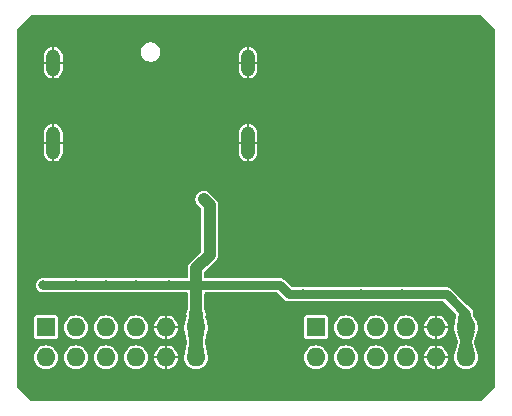
<source format=gbl>
G04 #@! TF.GenerationSoftware,KiCad,Pcbnew,8.0.0*
G04 #@! TF.CreationDate,2024-03-17T18:03:09+09:00*
G04 #@! TF.ProjectId,Pmod_DisplayPort,506d6f64-5f44-4697-9370-6c6179506f72,rev?*
G04 #@! TF.SameCoordinates,PXae6870PY2719c40*
G04 #@! TF.FileFunction,Copper,L2,Bot*
G04 #@! TF.FilePolarity,Positive*
%FSLAX46Y46*%
G04 Gerber Fmt 4.6, Leading zero omitted, Abs format (unit mm)*
G04 Created by KiCad (PCBNEW 8.0.0) date 2024-03-17 18:03:09*
%MOMM*%
%LPD*%
G01*
G04 APERTURE LIST*
G04 #@! TA.AperFunction,ComponentPad*
%ADD10O,1.200000X2.300000*%
G04 #@! TD*
G04 #@! TA.AperFunction,ComponentPad*
%ADD11O,1.200000X2.800000*%
G04 #@! TD*
G04 #@! TA.AperFunction,ComponentPad*
%ADD12R,1.600000X1.600000*%
G04 #@! TD*
G04 #@! TA.AperFunction,ComponentPad*
%ADD13O,1.600000X1.600000*%
G04 #@! TD*
G04 #@! TA.AperFunction,ViaPad*
%ADD14C,0.800000*%
G04 #@! TD*
G04 #@! TA.AperFunction,Conductor*
%ADD15C,0.800000*%
G04 #@! TD*
G04 #@! TA.AperFunction,Conductor*
%ADD16C,1.000000*%
G04 #@! TD*
G04 APERTURE END LIST*
D10*
G04 #@! TO.P,CN1,FG,FG*
G04 #@! TO.N,GND*
X-5750000Y28746667D03*
D11*
X-5750000Y21966667D03*
D10*
X10750000Y28746667D03*
D11*
X10750000Y21966667D03*
G04 #@! TD*
D12*
G04 #@! TO.P,J1,1,Pin_1*
G04 #@! TO.N,/PMOD_L0_P*
X-6350000Y6350000D03*
D13*
G04 #@! TO.P,J1,2,Pin_2*
G04 #@! TO.N,/PMOD_L1_P*
X-3810000Y6350000D03*
G04 #@! TO.P,J1,3,Pin_3*
G04 #@! TO.N,/PMOD_L2_P*
X-1270000Y6350000D03*
G04 #@! TO.P,J1,4,Pin_4*
G04 #@! TO.N,/PMOD_L3_P*
X1270000Y6350000D03*
G04 #@! TO.P,J1,5,Pin_5*
G04 #@! TO.N,GND*
X3810000Y6350000D03*
G04 #@! TO.P,J1,6,Pin_6*
G04 #@! TO.N,+3V3*
X6350000Y6350000D03*
G04 #@! TO.P,J1,7,Pin_7*
G04 #@! TO.N,/PMOD_L0_N*
X-6350000Y3810000D03*
G04 #@! TO.P,J1,8,Pin_8*
G04 #@! TO.N,/PMOD_L1_N*
X-3810000Y3810000D03*
G04 #@! TO.P,J1,9,Pin_9*
G04 #@! TO.N,/PMOD_L2_N*
X-1270000Y3810000D03*
G04 #@! TO.P,J1,10,Pin_10*
G04 #@! TO.N,/PMOD_L3_N*
X1270000Y3810000D03*
G04 #@! TO.P,J1,11,Pin_11*
G04 #@! TO.N,GND*
X3810000Y3810000D03*
G04 #@! TO.P,J1,12,Pin_12*
G04 #@! TO.N,+3V3*
X6350000Y3810000D03*
G04 #@! TD*
D12*
G04 #@! TO.P,J2,1,Pin_1*
G04 #@! TO.N,/PMOD_AUX_CH_P*
X16510000Y6350000D03*
D13*
G04 #@! TO.P,J2,2,Pin_2*
G04 #@! TO.N,/PMOD_P2_HOT_PLUG*
X19050000Y6350000D03*
G04 #@! TO.P,J2,3,Pin_3*
G04 #@! TO.N,/PMOD_P3*
X21590000Y6350000D03*
G04 #@! TO.P,J2,4,Pin_4*
G04 #@! TO.N,/PMOD_P4*
X24130000Y6350000D03*
G04 #@! TO.P,J2,5,Pin_5*
G04 #@! TO.N,GND*
X26670000Y6350000D03*
G04 #@! TO.P,J2,6,Pin_6*
G04 #@! TO.N,+3V3*
X29210000Y6350000D03*
G04 #@! TO.P,J2,7,Pin_7*
G04 #@! TO.N,/PMOD_AUX_CH_N*
X16510000Y3810000D03*
G04 #@! TO.P,J2,8,Pin_8*
G04 #@! TO.N,/PMOD_P8*
X19050000Y3810000D03*
G04 #@! TO.P,J2,9,Pin_9*
G04 #@! TO.N,/PMOD_P9*
X21590000Y3810000D03*
G04 #@! TO.P,J2,10,Pin_10*
G04 #@! TO.N,/PMOD_P10*
X24130000Y3810000D03*
G04 #@! TO.P,J2,11,Pin_11*
G04 #@! TO.N,GND*
X26670000Y3810000D03*
G04 #@! TO.P,J2,12,Pin_12*
G04 #@! TO.N,+3V3*
X29210000Y3810000D03*
G04 #@! TD*
D14*
G04 #@! TO.N,GND*
X3300000Y17100000D03*
X-2500000Y21300000D03*
X-1000000Y21300000D03*
X500000Y21300000D03*
X2000000Y21300000D03*
X3300000Y21300000D03*
X4500000Y21300000D03*
X6000000Y21300000D03*
X22400000Y11150000D03*
X18250000Y15650000D03*
X8650000Y13450000D03*
X14351000Y8001000D03*
X889000Y7747000D03*
X20700000Y10700000D03*
X16800000Y15500000D03*
X23750000Y8100000D03*
X18200000Y14700000D03*
X7350000Y18350000D03*
X-400000Y12150000D03*
X5400000Y16350000D03*
X13400000Y15500000D03*
X5250000Y8850000D03*
X-4191000Y11684000D03*
X-2413000Y13462000D03*
X14000000Y10950000D03*
X3450000Y7750000D03*
X16002000Y8001000D03*
X22150000Y7700000D03*
X2900000Y15100000D03*
X16800000Y13350000D03*
X13000000Y8850000D03*
X-4000000Y15000000D03*
X-3450000Y7750000D03*
X-900000Y11600000D03*
X27050000Y8050000D03*
X5200000Y13500000D03*
X5200000Y7300000D03*
X19750000Y8100000D03*
X23750000Y10450000D03*
X18669000Y8128000D03*
X-1550000Y8000000D03*
X28050000Y10200000D03*
X7500000Y7250000D03*
X19200000Y10650000D03*
X-6000000Y7850000D03*
X30000000Y8350000D03*
X15300000Y12200000D03*
X7500000Y8850000D03*
X18700000Y13350000D03*
X3450000Y8850000D03*
X7650000Y11000000D03*
X8650000Y17200000D03*
X-4200000Y8000000D03*
X10950000Y15500000D03*
X-3302000Y11811000D03*
X6350000Y15500000D03*
X20800000Y13000000D03*
X5200000Y10950000D03*
X16300000Y10200000D03*
X-5150000Y13400000D03*
X3450000Y13500000D03*
X8650000Y15500000D03*
X6350000Y13450000D03*
X22350000Y13800000D03*
X3500000Y11900000D03*
X1500000Y11800000D03*
G04 #@! TO.N,+3V3*
X-3810000Y9906000D03*
X-1270000Y9906000D03*
X-6604000Y9906000D03*
X7000000Y17200000D03*
X1270000Y9906000D03*
X20320000Y9144000D03*
X4064000Y9906000D03*
X15367000Y9144000D03*
X23749000Y9144000D03*
G04 #@! TD*
D15*
G04 #@! TO.N,+3V3*
X29210000Y6350000D02*
X29210000Y3810000D01*
X13462000Y9906000D02*
X14224000Y9144000D01*
D16*
X7500000Y12500000D02*
X6350000Y11350000D01*
D15*
X-1270000Y9906000D02*
X-3810000Y9906000D01*
X14224000Y9144000D02*
X15367000Y9144000D01*
X7500000Y9906000D02*
X13462000Y9906000D01*
X6350000Y9906000D02*
X4064000Y9906000D01*
X15367000Y9144000D02*
X20320000Y9144000D01*
X-3810000Y9906000D02*
X-6604000Y9906000D01*
X6350000Y9906000D02*
X7500000Y9906000D01*
X27559000Y9144000D02*
X29210000Y7493000D01*
D16*
X6350000Y6350000D02*
X6350000Y3810000D01*
X7000000Y17200000D02*
X7500000Y16700000D01*
D15*
X4064000Y9906000D02*
X1270000Y9906000D01*
D16*
X7500000Y16700000D02*
X7500000Y12500000D01*
D15*
X29210000Y7493000D02*
X29210000Y6350000D01*
D16*
X6350000Y9906000D02*
X6350000Y6350000D01*
X6350000Y11350000D02*
X6350000Y9906000D01*
D15*
X1270000Y9906000D02*
X-1270000Y9906000D01*
X23749000Y9144000D02*
X27559000Y9144000D01*
X20320000Y9144000D02*
X23749000Y9144000D01*
G04 #@! TD*
G04 #@! TA.AperFunction,Conductor*
G04 #@! TO.N,GND*
G36*
X30465910Y32777593D02*
G01*
X30477723Y32767504D01*
X31645504Y31599723D01*
X31673281Y31545206D01*
X31674500Y31529719D01*
X31674500Y1342281D01*
X31655593Y1284090D01*
X31645504Y1272277D01*
X30477723Y104496D01*
X30423206Y76719D01*
X30407719Y75500D01*
X-7547719Y75500D01*
X-7605910Y94407D01*
X-7617723Y104496D01*
X-8785504Y1272277D01*
X-8813281Y1326794D01*
X-8814500Y1342281D01*
X-8814500Y3809997D01*
X-7355341Y3809997D01*
X-7336026Y3613874D01*
X-7336025Y3613871D01*
X-7278813Y3425270D01*
X-7278812Y3425268D01*
X-7207782Y3292382D01*
X-7185910Y3251462D01*
X-7185908Y3251460D01*
X-7185907Y3251458D01*
X-7060888Y3099122D01*
X-7060879Y3099113D01*
X-6909046Y2974507D01*
X-6908538Y2974090D01*
X-6734727Y2881186D01*
X-6546132Y2823976D01*
X-6546130Y2823976D01*
X-6546127Y2823975D01*
X-6350003Y2804659D01*
X-6350000Y2804659D01*
X-6349997Y2804659D01*
X-6153874Y2823975D01*
X-6153873Y2823976D01*
X-6153868Y2823976D01*
X-5965273Y2881186D01*
X-5791462Y2974090D01*
X-5639117Y3099117D01*
X-5514090Y3251462D01*
X-5421186Y3425273D01*
X-5363976Y3613868D01*
X-5363965Y3613972D01*
X-5344659Y3809997D01*
X-4815341Y3809997D01*
X-4796026Y3613874D01*
X-4796025Y3613871D01*
X-4738813Y3425270D01*
X-4738812Y3425268D01*
X-4667782Y3292382D01*
X-4645910Y3251462D01*
X-4645908Y3251460D01*
X-4645907Y3251458D01*
X-4520888Y3099122D01*
X-4520879Y3099113D01*
X-4369046Y2974507D01*
X-4368538Y2974090D01*
X-4194727Y2881186D01*
X-4006132Y2823976D01*
X-4006130Y2823976D01*
X-4006127Y2823975D01*
X-3810003Y2804659D01*
X-3810000Y2804659D01*
X-3809997Y2804659D01*
X-3613874Y2823975D01*
X-3613873Y2823976D01*
X-3613868Y2823976D01*
X-3425273Y2881186D01*
X-3251462Y2974090D01*
X-3099117Y3099117D01*
X-2974090Y3251462D01*
X-2881186Y3425273D01*
X-2823976Y3613868D01*
X-2823965Y3613972D01*
X-2804659Y3809997D01*
X-2275341Y3809997D01*
X-2256026Y3613874D01*
X-2256025Y3613871D01*
X-2198813Y3425270D01*
X-2198812Y3425268D01*
X-2127782Y3292382D01*
X-2105910Y3251462D01*
X-2105908Y3251460D01*
X-2105907Y3251458D01*
X-1980888Y3099122D01*
X-1980879Y3099113D01*
X-1829046Y2974507D01*
X-1828538Y2974090D01*
X-1654727Y2881186D01*
X-1466132Y2823976D01*
X-1466130Y2823976D01*
X-1466127Y2823975D01*
X-1270003Y2804659D01*
X-1270000Y2804659D01*
X-1269997Y2804659D01*
X-1073874Y2823975D01*
X-1073873Y2823976D01*
X-1073868Y2823976D01*
X-885273Y2881186D01*
X-711462Y2974090D01*
X-559117Y3099117D01*
X-434090Y3251462D01*
X-341186Y3425273D01*
X-283976Y3613868D01*
X-283965Y3613972D01*
X-264659Y3809997D01*
X264659Y3809997D01*
X283974Y3613874D01*
X283975Y3613871D01*
X341187Y3425270D01*
X341188Y3425268D01*
X412218Y3292382D01*
X434090Y3251462D01*
X434092Y3251460D01*
X434093Y3251458D01*
X559112Y3099122D01*
X559121Y3099113D01*
X710954Y2974507D01*
X711462Y2974090D01*
X885273Y2881186D01*
X1073868Y2823976D01*
X1073870Y2823976D01*
X1073873Y2823975D01*
X1269997Y2804659D01*
X1270000Y2804659D01*
X1270003Y2804659D01*
X1466126Y2823975D01*
X1466127Y2823976D01*
X1466132Y2823976D01*
X1654727Y2881186D01*
X1828538Y2974090D01*
X1980883Y3099117D01*
X2105910Y3251462D01*
X2198814Y3425273D01*
X2256024Y3613868D01*
X2256035Y3613972D01*
X2265493Y3710000D01*
X2815009Y3710000D01*
X2824467Y3613972D01*
X2824468Y3613966D01*
X2881650Y3425465D01*
X2881652Y3425460D01*
X2974502Y3251748D01*
X2974506Y3251742D01*
X3099468Y3099477D01*
X3099476Y3099469D01*
X3251741Y2974507D01*
X3251747Y2974503D01*
X3425459Y2881653D01*
X3425464Y2881651D01*
X3613968Y2824469D01*
X3709999Y2815011D01*
X3710000Y2815012D01*
X3710000Y3422685D01*
X3757339Y3410000D01*
X3862661Y3410000D01*
X3910000Y3422685D01*
X3910000Y2815011D01*
X4006031Y2824469D01*
X4194535Y2881651D01*
X4194540Y2881653D01*
X4368252Y2974503D01*
X4368258Y2974507D01*
X4520523Y3099469D01*
X4520531Y3099477D01*
X4645493Y3251742D01*
X4645497Y3251748D01*
X4738347Y3425460D01*
X4738349Y3425465D01*
X4795531Y3613966D01*
X4795532Y3613972D01*
X4804991Y3710000D01*
X4197316Y3710000D01*
X4210000Y3757339D01*
X4210000Y3862661D01*
X4197316Y3910000D01*
X4804990Y3910000D01*
X4804990Y3910001D01*
X4795532Y4006029D01*
X4795531Y4006035D01*
X4738349Y4194536D01*
X4738347Y4194541D01*
X4645497Y4368253D01*
X4645493Y4368259D01*
X4520531Y4520524D01*
X4520523Y4520532D01*
X4368258Y4645494D01*
X4368252Y4645498D01*
X4194540Y4738348D01*
X4194535Y4738350D01*
X4006034Y4795532D01*
X4006028Y4795533D01*
X3910000Y4804991D01*
X3910000Y4197316D01*
X3862661Y4210000D01*
X3757339Y4210000D01*
X3710000Y4197316D01*
X3710000Y4804991D01*
X3709999Y4804991D01*
X3613971Y4795533D01*
X3613965Y4795532D01*
X3425464Y4738350D01*
X3425459Y4738348D01*
X3251747Y4645498D01*
X3251741Y4645494D01*
X3099476Y4520532D01*
X3099468Y4520524D01*
X2974506Y4368259D01*
X2974502Y4368253D01*
X2881652Y4194541D01*
X2881650Y4194536D01*
X2824468Y4006035D01*
X2824467Y4006029D01*
X2815009Y3910001D01*
X2815010Y3910000D01*
X3422684Y3910000D01*
X3410000Y3862661D01*
X3410000Y3757339D01*
X3422684Y3710000D01*
X2815009Y3710000D01*
X2265493Y3710000D01*
X2275341Y3809997D01*
X2275341Y3810004D01*
X2256025Y4006127D01*
X2256024Y4006130D01*
X2256024Y4006132D01*
X2198814Y4194727D01*
X2190650Y4210000D01*
X2106062Y4368253D01*
X2105910Y4368538D01*
X1981178Y4520524D01*
X1980887Y4520879D01*
X1980878Y4520888D01*
X1828542Y4645907D01*
X1828540Y4645908D01*
X1828538Y4645910D01*
X1787618Y4667782D01*
X1654732Y4738812D01*
X1654730Y4738813D01*
X1466129Y4796025D01*
X1466126Y4796026D01*
X1270003Y4815341D01*
X1269997Y4815341D01*
X1073873Y4796026D01*
X1073870Y4796025D01*
X885269Y4738813D01*
X885267Y4738812D01*
X711467Y4645913D01*
X711457Y4645907D01*
X559121Y4520888D01*
X559112Y4520879D01*
X434093Y4368543D01*
X434087Y4368533D01*
X341188Y4194733D01*
X341187Y4194731D01*
X283975Y4006130D01*
X283974Y4006127D01*
X264659Y3810004D01*
X264659Y3809997D01*
X-264659Y3809997D01*
X-264659Y3810004D01*
X-283975Y4006127D01*
X-283976Y4006130D01*
X-283976Y4006132D01*
X-341186Y4194727D01*
X-349350Y4210000D01*
X-433938Y4368253D01*
X-434090Y4368538D01*
X-558822Y4520524D01*
X-559113Y4520879D01*
X-559122Y4520888D01*
X-711458Y4645907D01*
X-711460Y4645908D01*
X-711462Y4645910D01*
X-752382Y4667782D01*
X-885268Y4738812D01*
X-885270Y4738813D01*
X-1073871Y4796025D01*
X-1073874Y4796026D01*
X-1269997Y4815341D01*
X-1270003Y4815341D01*
X-1466127Y4796026D01*
X-1466130Y4796025D01*
X-1654731Y4738813D01*
X-1654733Y4738812D01*
X-1828533Y4645913D01*
X-1828543Y4645907D01*
X-1980879Y4520888D01*
X-1980888Y4520879D01*
X-2105907Y4368543D01*
X-2105913Y4368533D01*
X-2198812Y4194733D01*
X-2198813Y4194731D01*
X-2256025Y4006130D01*
X-2256026Y4006127D01*
X-2275341Y3810004D01*
X-2275341Y3809997D01*
X-2804659Y3809997D01*
X-2804659Y3810004D01*
X-2823975Y4006127D01*
X-2823976Y4006130D01*
X-2823976Y4006132D01*
X-2881186Y4194727D01*
X-2889350Y4210000D01*
X-2973938Y4368253D01*
X-2974090Y4368538D01*
X-3098822Y4520524D01*
X-3099113Y4520879D01*
X-3099122Y4520888D01*
X-3251458Y4645907D01*
X-3251460Y4645908D01*
X-3251462Y4645910D01*
X-3292382Y4667782D01*
X-3425268Y4738812D01*
X-3425270Y4738813D01*
X-3613871Y4796025D01*
X-3613874Y4796026D01*
X-3809997Y4815341D01*
X-3810003Y4815341D01*
X-4006127Y4796026D01*
X-4006130Y4796025D01*
X-4194731Y4738813D01*
X-4194733Y4738812D01*
X-4368533Y4645913D01*
X-4368543Y4645907D01*
X-4520879Y4520888D01*
X-4520888Y4520879D01*
X-4645907Y4368543D01*
X-4645913Y4368533D01*
X-4738812Y4194733D01*
X-4738813Y4194731D01*
X-4796025Y4006130D01*
X-4796026Y4006127D01*
X-4815341Y3810004D01*
X-4815341Y3809997D01*
X-5344659Y3809997D01*
X-5344659Y3810004D01*
X-5363975Y4006127D01*
X-5363976Y4006130D01*
X-5363976Y4006132D01*
X-5421186Y4194727D01*
X-5429350Y4210000D01*
X-5513938Y4368253D01*
X-5514090Y4368538D01*
X-5638822Y4520524D01*
X-5639113Y4520879D01*
X-5639122Y4520888D01*
X-5791458Y4645907D01*
X-5791460Y4645908D01*
X-5791462Y4645910D01*
X-5832382Y4667782D01*
X-5965268Y4738812D01*
X-5965270Y4738813D01*
X-6153871Y4796025D01*
X-6153874Y4796026D01*
X-6349997Y4815341D01*
X-6350003Y4815341D01*
X-6546127Y4796026D01*
X-6546130Y4796025D01*
X-6734731Y4738813D01*
X-6734733Y4738812D01*
X-6908533Y4645913D01*
X-6908543Y4645907D01*
X-7060879Y4520888D01*
X-7060888Y4520879D01*
X-7185907Y4368543D01*
X-7185913Y4368533D01*
X-7278812Y4194733D01*
X-7278813Y4194731D01*
X-7336025Y4006130D01*
X-7336026Y4006127D01*
X-7355341Y3810004D01*
X-7355341Y3809997D01*
X-8814500Y3809997D01*
X-8814500Y5530254D01*
X-7350500Y5530254D01*
X-7350499Y5530242D01*
X-7338868Y5471773D01*
X-7338866Y5471767D01*
X-7305068Y5421186D01*
X-7294552Y5405448D01*
X-7228231Y5361133D01*
X-7183769Y5352289D01*
X-7169759Y5349502D01*
X-7169754Y5349502D01*
X-7169748Y5349500D01*
X-7169747Y5349500D01*
X-5530253Y5349500D01*
X-5530252Y5349500D01*
X-5471769Y5361133D01*
X-5405448Y5405448D01*
X-5361133Y5471769D01*
X-5349500Y5530252D01*
X-5349500Y6349997D01*
X-4815341Y6349997D01*
X-4796026Y6153874D01*
X-4796025Y6153871D01*
X-4796024Y6153868D01*
X-4743857Y5981896D01*
X-4738813Y5965270D01*
X-4738812Y5965268D01*
X-4667782Y5832382D01*
X-4645910Y5791462D01*
X-4645908Y5791460D01*
X-4645907Y5791458D01*
X-4520888Y5639122D01*
X-4520879Y5639113D01*
X-4388219Y5530242D01*
X-4368538Y5514090D01*
X-4194727Y5421186D01*
X-4006132Y5363976D01*
X-4006130Y5363976D01*
X-4006127Y5363975D01*
X-3810003Y5344659D01*
X-3810000Y5344659D01*
X-3809997Y5344659D01*
X-3613874Y5363975D01*
X-3613873Y5363976D01*
X-3613868Y5363976D01*
X-3425273Y5421186D01*
X-3251462Y5514090D01*
X-3099117Y5639117D01*
X-2974090Y5791462D01*
X-2881186Y5965273D01*
X-2823976Y6153868D01*
X-2823965Y6153972D01*
X-2804659Y6349997D01*
X-2275341Y6349997D01*
X-2256026Y6153874D01*
X-2256025Y6153871D01*
X-2256024Y6153868D01*
X-2203857Y5981896D01*
X-2198813Y5965270D01*
X-2198812Y5965268D01*
X-2127782Y5832382D01*
X-2105910Y5791462D01*
X-2105908Y5791460D01*
X-2105907Y5791458D01*
X-1980888Y5639122D01*
X-1980879Y5639113D01*
X-1848219Y5530242D01*
X-1828538Y5514090D01*
X-1654727Y5421186D01*
X-1466132Y5363976D01*
X-1466130Y5363976D01*
X-1466127Y5363975D01*
X-1270003Y5344659D01*
X-1270000Y5344659D01*
X-1269997Y5344659D01*
X-1073874Y5363975D01*
X-1073873Y5363976D01*
X-1073868Y5363976D01*
X-885273Y5421186D01*
X-711462Y5514090D01*
X-559117Y5639117D01*
X-434090Y5791462D01*
X-341186Y5965273D01*
X-283976Y6153868D01*
X-283965Y6153972D01*
X-264659Y6349997D01*
X264659Y6349997D01*
X283974Y6153874D01*
X283975Y6153871D01*
X283976Y6153868D01*
X336143Y5981896D01*
X341187Y5965270D01*
X341188Y5965268D01*
X412218Y5832382D01*
X434090Y5791462D01*
X434092Y5791460D01*
X434093Y5791458D01*
X559112Y5639122D01*
X559121Y5639113D01*
X691781Y5530242D01*
X711462Y5514090D01*
X885273Y5421186D01*
X1073868Y5363976D01*
X1073870Y5363976D01*
X1073873Y5363975D01*
X1269997Y5344659D01*
X1270000Y5344659D01*
X1270003Y5344659D01*
X1466126Y5363975D01*
X1466127Y5363976D01*
X1466132Y5363976D01*
X1654727Y5421186D01*
X1828538Y5514090D01*
X1980883Y5639117D01*
X2105910Y5791462D01*
X2198814Y5965273D01*
X2256024Y6153868D01*
X2256035Y6153972D01*
X2265493Y6250000D01*
X2815009Y6250000D01*
X2824467Y6153972D01*
X2824468Y6153966D01*
X2881650Y5965465D01*
X2881652Y5965460D01*
X2974502Y5791748D01*
X2974506Y5791742D01*
X3099468Y5639477D01*
X3099476Y5639469D01*
X3251741Y5514507D01*
X3251747Y5514503D01*
X3425459Y5421653D01*
X3425464Y5421651D01*
X3613968Y5364469D01*
X3709999Y5355011D01*
X3710000Y5355012D01*
X3710000Y5962685D01*
X3757339Y5950000D01*
X3862661Y5950000D01*
X3910000Y5962685D01*
X3910000Y5355011D01*
X4006031Y5364469D01*
X4194535Y5421651D01*
X4194540Y5421653D01*
X4368252Y5514503D01*
X4368258Y5514507D01*
X4520523Y5639469D01*
X4520531Y5639477D01*
X4645493Y5791742D01*
X4645497Y5791748D01*
X4738347Y5965460D01*
X4738349Y5965465D01*
X4795531Y6153966D01*
X4795532Y6153972D01*
X4804991Y6250000D01*
X4197316Y6250000D01*
X4210000Y6297339D01*
X4210000Y6402661D01*
X4197316Y6450000D01*
X4804990Y6450000D01*
X4804990Y6450001D01*
X4795532Y6546029D01*
X4795531Y6546035D01*
X4738349Y6734536D01*
X4738347Y6734541D01*
X4645497Y6908253D01*
X4645493Y6908259D01*
X4520531Y7060524D01*
X4520523Y7060532D01*
X4368258Y7185494D01*
X4368252Y7185498D01*
X4194540Y7278348D01*
X4194535Y7278350D01*
X4006034Y7335532D01*
X4006028Y7335533D01*
X3910000Y7344991D01*
X3910000Y6737316D01*
X3862661Y6750000D01*
X3757339Y6750000D01*
X3710000Y6737316D01*
X3710000Y7344991D01*
X3709999Y7344991D01*
X3613971Y7335533D01*
X3613965Y7335532D01*
X3425464Y7278350D01*
X3425459Y7278348D01*
X3251747Y7185498D01*
X3251741Y7185494D01*
X3099476Y7060532D01*
X3099468Y7060524D01*
X2974506Y6908259D01*
X2974502Y6908253D01*
X2881652Y6734541D01*
X2881650Y6734536D01*
X2824468Y6546035D01*
X2824467Y6546029D01*
X2815009Y6450001D01*
X2815010Y6450000D01*
X3422684Y6450000D01*
X3410000Y6402661D01*
X3410000Y6297339D01*
X3422684Y6250000D01*
X2815009Y6250000D01*
X2265493Y6250000D01*
X2275341Y6349997D01*
X2275341Y6350004D01*
X2256025Y6546127D01*
X2256024Y6546130D01*
X2256024Y6546132D01*
X2198814Y6734727D01*
X2190650Y6750000D01*
X2106062Y6908253D01*
X2105910Y6908538D01*
X2105906Y6908543D01*
X1980887Y7060879D01*
X1980878Y7060888D01*
X1828542Y7185907D01*
X1828540Y7185908D01*
X1828538Y7185910D01*
X1749361Y7228231D01*
X1654732Y7278812D01*
X1654730Y7278813D01*
X1584886Y7300000D01*
X1466132Y7336024D01*
X1466129Y7336025D01*
X1466126Y7336026D01*
X1270003Y7355341D01*
X1269997Y7355341D01*
X1073873Y7336026D01*
X1073870Y7336025D01*
X885269Y7278813D01*
X885267Y7278812D01*
X711467Y7185913D01*
X711457Y7185907D01*
X559121Y7060888D01*
X559112Y7060879D01*
X434093Y6908543D01*
X434087Y6908533D01*
X341188Y6734733D01*
X341187Y6734731D01*
X283975Y6546130D01*
X283974Y6546127D01*
X264659Y6350004D01*
X264659Y6349997D01*
X-264659Y6349997D01*
X-264659Y6350004D01*
X-283975Y6546127D01*
X-283976Y6546130D01*
X-283976Y6546132D01*
X-341186Y6734727D01*
X-349350Y6750000D01*
X-433938Y6908253D01*
X-434090Y6908538D01*
X-434094Y6908543D01*
X-559113Y7060879D01*
X-559122Y7060888D01*
X-711458Y7185907D01*
X-711460Y7185908D01*
X-711462Y7185910D01*
X-790639Y7228231D01*
X-885268Y7278812D01*
X-885270Y7278813D01*
X-955114Y7300000D01*
X-1073868Y7336024D01*
X-1073871Y7336025D01*
X-1073874Y7336026D01*
X-1269997Y7355341D01*
X-1270003Y7355341D01*
X-1466127Y7336026D01*
X-1466130Y7336025D01*
X-1654731Y7278813D01*
X-1654733Y7278812D01*
X-1828533Y7185913D01*
X-1828543Y7185907D01*
X-1980879Y7060888D01*
X-1980888Y7060879D01*
X-2105907Y6908543D01*
X-2105913Y6908533D01*
X-2198812Y6734733D01*
X-2198813Y6734731D01*
X-2256025Y6546130D01*
X-2256026Y6546127D01*
X-2275341Y6350004D01*
X-2275341Y6349997D01*
X-2804659Y6349997D01*
X-2804659Y6350004D01*
X-2823975Y6546127D01*
X-2823976Y6546130D01*
X-2823976Y6546132D01*
X-2881186Y6734727D01*
X-2889350Y6750000D01*
X-2973938Y6908253D01*
X-2974090Y6908538D01*
X-2974094Y6908543D01*
X-3099113Y7060879D01*
X-3099122Y7060888D01*
X-3251458Y7185907D01*
X-3251460Y7185908D01*
X-3251462Y7185910D01*
X-3330639Y7228231D01*
X-3425268Y7278812D01*
X-3425270Y7278813D01*
X-3495114Y7300000D01*
X-3613868Y7336024D01*
X-3613871Y7336025D01*
X-3613874Y7336026D01*
X-3809997Y7355341D01*
X-3810003Y7355341D01*
X-4006127Y7336026D01*
X-4006130Y7336025D01*
X-4194731Y7278813D01*
X-4194733Y7278812D01*
X-4368533Y7185913D01*
X-4368543Y7185907D01*
X-4520879Y7060888D01*
X-4520888Y7060879D01*
X-4645907Y6908543D01*
X-4645913Y6908533D01*
X-4738812Y6734733D01*
X-4738813Y6734731D01*
X-4796025Y6546130D01*
X-4796026Y6546127D01*
X-4815341Y6350004D01*
X-4815341Y6349997D01*
X-5349500Y6349997D01*
X-5349500Y7169748D01*
X-5350118Y7172853D01*
X-5360065Y7222861D01*
X-5361133Y7228231D01*
X-5405448Y7294552D01*
X-5413601Y7300000D01*
X-5471767Y7338866D01*
X-5471769Y7338867D01*
X-5471772Y7338868D01*
X-5471773Y7338868D01*
X-5530242Y7350499D01*
X-5530252Y7350500D01*
X-7169748Y7350500D01*
X-7169749Y7350500D01*
X-7169759Y7350499D01*
X-7228228Y7338868D01*
X-7228234Y7338866D01*
X-7294549Y7294555D01*
X-7294555Y7294549D01*
X-7338866Y7228234D01*
X-7338868Y7228228D01*
X-7350499Y7169759D01*
X-7350500Y7169747D01*
X-7350500Y5530254D01*
X-8814500Y5530254D01*
X-8814500Y9906000D01*
X-7209682Y9906000D01*
X-7205347Y9873073D01*
X-7204500Y9860151D01*
X-7204500Y9826940D01*
X-7195907Y9794869D01*
X-7193381Y9782174D01*
X-7189045Y9749241D01*
X-7189043Y9749235D01*
X-7176335Y9718555D01*
X-7172173Y9706294D01*
X-7163579Y9674220D01*
X-7163578Y9674217D01*
X-7146972Y9645454D01*
X-7141246Y9633843D01*
X-7128537Y9603160D01*
X-7108319Y9576811D01*
X-7101126Y9566045D01*
X-7084524Y9537289D01*
X-7084519Y9537283D01*
X-7061033Y9513796D01*
X-7052500Y9504067D01*
X-7032282Y9477718D01*
X-7032278Y9477715D01*
X-7005941Y9457506D01*
X-6996206Y9448969D01*
X-6972718Y9425482D01*
X-6972716Y9425480D01*
X-6943953Y9408874D01*
X-6933191Y9401683D01*
X-6906841Y9381464D01*
X-6893021Y9375740D01*
X-6876156Y9368754D01*
X-6864539Y9363025D01*
X-6835789Y9346425D01*
X-6835787Y9346425D01*
X-6835784Y9346423D01*
X-6803707Y9337829D01*
X-6791451Y9333669D01*
X-6760762Y9320956D01*
X-6727832Y9316621D01*
X-6715149Y9314099D01*
X-6683057Y9305500D01*
X-6649850Y9305500D01*
X-6636928Y9304653D01*
X-6604001Y9300318D01*
X-6604000Y9300318D01*
X-6603999Y9300318D01*
X-6571072Y9304653D01*
X-6558150Y9305500D01*
X-3889057Y9305500D01*
X-3855850Y9305500D01*
X-3842928Y9304653D01*
X-3810001Y9300318D01*
X-3810000Y9300318D01*
X-3809999Y9300318D01*
X-3777072Y9304653D01*
X-3764150Y9305500D01*
X-1349057Y9305500D01*
X-1315850Y9305500D01*
X-1302928Y9304653D01*
X-1270001Y9300318D01*
X-1270000Y9300318D01*
X-1269999Y9300318D01*
X-1237072Y9304653D01*
X-1224150Y9305500D01*
X1190943Y9305500D01*
X1224150Y9305500D01*
X1237072Y9304653D01*
X1269999Y9300318D01*
X1270000Y9300318D01*
X1270001Y9300318D01*
X1302928Y9304653D01*
X1315850Y9305500D01*
X3984943Y9305500D01*
X4018150Y9305500D01*
X4031072Y9304653D01*
X4063999Y9300318D01*
X4064000Y9300318D01*
X4064001Y9300318D01*
X4096928Y9304653D01*
X4109850Y9305500D01*
X5550500Y9305500D01*
X5608691Y9286593D01*
X5644655Y9237093D01*
X5649500Y9206500D01*
X5649500Y8003682D01*
X5646578Y7983213D01*
X5647126Y7983110D01*
X5542423Y7424698D01*
X5538976Y7392356D01*
X5538877Y7388689D01*
X5540560Y7356335D01*
X5540561Y7356321D01*
X5546274Y7312921D01*
X5546274Y7287080D01*
X5537820Y7222861D01*
X5531131Y7197896D01*
X5498062Y7118062D01*
X5491653Y7105285D01*
X5488592Y7100147D01*
X5488590Y7100143D01*
X5486373Y7095181D01*
X5472025Y7049241D01*
X5472025Y7049240D01*
X5400890Y6669858D01*
X5398323Y6659366D01*
X5363976Y6546136D01*
X5363974Y6546127D01*
X5344659Y6350004D01*
X5344659Y6349997D01*
X5363974Y6153874D01*
X5363975Y6153868D01*
X5398325Y6040634D01*
X5400891Y6030143D01*
X5409936Y5981906D01*
X5575622Y5098246D01*
X5575622Y5061756D01*
X5400892Y4129860D01*
X5398325Y4119367D01*
X5363975Y4006133D01*
X5363974Y4006127D01*
X5344659Y3810004D01*
X5344659Y3809997D01*
X5363974Y3613874D01*
X5363975Y3613871D01*
X5421187Y3425270D01*
X5421188Y3425268D01*
X5492218Y3292382D01*
X5514090Y3251462D01*
X5514092Y3251460D01*
X5514093Y3251458D01*
X5639112Y3099122D01*
X5639121Y3099113D01*
X5790954Y2974507D01*
X5791462Y2974090D01*
X5965273Y2881186D01*
X6153868Y2823976D01*
X6153870Y2823976D01*
X6153873Y2823975D01*
X6349997Y2804659D01*
X6350000Y2804659D01*
X6350003Y2804659D01*
X6546126Y2823975D01*
X6546127Y2823976D01*
X6546132Y2823976D01*
X6734727Y2881186D01*
X6908538Y2974090D01*
X7060883Y3099117D01*
X7185910Y3251462D01*
X7278814Y3425273D01*
X7336024Y3613868D01*
X7336035Y3613972D01*
X7355341Y3809997D01*
X15504659Y3809997D01*
X15523974Y3613874D01*
X15523975Y3613871D01*
X15581187Y3425270D01*
X15581188Y3425268D01*
X15652218Y3292382D01*
X15674090Y3251462D01*
X15674092Y3251460D01*
X15674093Y3251458D01*
X15799112Y3099122D01*
X15799121Y3099113D01*
X15950954Y2974507D01*
X15951462Y2974090D01*
X16125273Y2881186D01*
X16313868Y2823976D01*
X16313870Y2823976D01*
X16313873Y2823975D01*
X16509997Y2804659D01*
X16510000Y2804659D01*
X16510003Y2804659D01*
X16706126Y2823975D01*
X16706127Y2823976D01*
X16706132Y2823976D01*
X16894727Y2881186D01*
X17068538Y2974090D01*
X17220883Y3099117D01*
X17345910Y3251462D01*
X17438814Y3425273D01*
X17496024Y3613868D01*
X17496035Y3613972D01*
X17515341Y3809997D01*
X18044659Y3809997D01*
X18063974Y3613874D01*
X18063975Y3613871D01*
X18121187Y3425270D01*
X18121188Y3425268D01*
X18192218Y3292382D01*
X18214090Y3251462D01*
X18214092Y3251460D01*
X18214093Y3251458D01*
X18339112Y3099122D01*
X18339121Y3099113D01*
X18490954Y2974507D01*
X18491462Y2974090D01*
X18665273Y2881186D01*
X18853868Y2823976D01*
X18853870Y2823976D01*
X18853873Y2823975D01*
X19049997Y2804659D01*
X19050000Y2804659D01*
X19050003Y2804659D01*
X19246126Y2823975D01*
X19246127Y2823976D01*
X19246132Y2823976D01*
X19434727Y2881186D01*
X19608538Y2974090D01*
X19760883Y3099117D01*
X19885910Y3251462D01*
X19978814Y3425273D01*
X20036024Y3613868D01*
X20036035Y3613972D01*
X20055341Y3809997D01*
X20584659Y3809997D01*
X20603974Y3613874D01*
X20603975Y3613871D01*
X20661187Y3425270D01*
X20661188Y3425268D01*
X20732218Y3292382D01*
X20754090Y3251462D01*
X20754092Y3251460D01*
X20754093Y3251458D01*
X20879112Y3099122D01*
X20879121Y3099113D01*
X21030954Y2974507D01*
X21031462Y2974090D01*
X21205273Y2881186D01*
X21393868Y2823976D01*
X21393870Y2823976D01*
X21393873Y2823975D01*
X21589997Y2804659D01*
X21590000Y2804659D01*
X21590003Y2804659D01*
X21786126Y2823975D01*
X21786127Y2823976D01*
X21786132Y2823976D01*
X21974727Y2881186D01*
X22148538Y2974090D01*
X22300883Y3099117D01*
X22425910Y3251462D01*
X22518814Y3425273D01*
X22576024Y3613868D01*
X22576035Y3613972D01*
X22595341Y3809997D01*
X23124659Y3809997D01*
X23143974Y3613874D01*
X23143975Y3613871D01*
X23201187Y3425270D01*
X23201188Y3425268D01*
X23272218Y3292382D01*
X23294090Y3251462D01*
X23294092Y3251460D01*
X23294093Y3251458D01*
X23419112Y3099122D01*
X23419121Y3099113D01*
X23570954Y2974507D01*
X23571462Y2974090D01*
X23745273Y2881186D01*
X23933868Y2823976D01*
X23933870Y2823976D01*
X23933873Y2823975D01*
X24129997Y2804659D01*
X24130000Y2804659D01*
X24130003Y2804659D01*
X24326126Y2823975D01*
X24326127Y2823976D01*
X24326132Y2823976D01*
X24514727Y2881186D01*
X24688538Y2974090D01*
X24840883Y3099117D01*
X24965910Y3251462D01*
X25058814Y3425273D01*
X25116024Y3613868D01*
X25116035Y3613972D01*
X25125493Y3710000D01*
X25675009Y3710000D01*
X25684467Y3613972D01*
X25684468Y3613966D01*
X25741650Y3425465D01*
X25741652Y3425460D01*
X25834502Y3251748D01*
X25834506Y3251742D01*
X25959468Y3099477D01*
X25959476Y3099469D01*
X26111741Y2974507D01*
X26111747Y2974503D01*
X26285459Y2881653D01*
X26285464Y2881651D01*
X26473968Y2824469D01*
X26569999Y2815011D01*
X26570000Y2815012D01*
X26570000Y3422685D01*
X26617339Y3410000D01*
X26722661Y3410000D01*
X26770000Y3422685D01*
X26770000Y2815011D01*
X26866031Y2824469D01*
X27054535Y2881651D01*
X27054540Y2881653D01*
X27228252Y2974503D01*
X27228258Y2974507D01*
X27380523Y3099469D01*
X27380531Y3099477D01*
X27505493Y3251742D01*
X27505497Y3251748D01*
X27598347Y3425460D01*
X27598349Y3425465D01*
X27655531Y3613966D01*
X27655532Y3613972D01*
X27664991Y3710000D01*
X27057316Y3710000D01*
X27070000Y3757339D01*
X27070000Y3862661D01*
X27057316Y3910000D01*
X27664990Y3910000D01*
X27664990Y3910001D01*
X27655532Y4006029D01*
X27655531Y4006035D01*
X27598349Y4194536D01*
X27598347Y4194541D01*
X27505497Y4368253D01*
X27505493Y4368259D01*
X27380531Y4520524D01*
X27380523Y4520532D01*
X27228258Y4645494D01*
X27228252Y4645498D01*
X27054540Y4738348D01*
X27054535Y4738350D01*
X26866034Y4795532D01*
X26866028Y4795533D01*
X26770000Y4804991D01*
X26770000Y4197316D01*
X26722661Y4210000D01*
X26617339Y4210000D01*
X26570000Y4197316D01*
X26570000Y4804991D01*
X26569999Y4804991D01*
X26473971Y4795533D01*
X26473965Y4795532D01*
X26285464Y4738350D01*
X26285459Y4738348D01*
X26111747Y4645498D01*
X26111741Y4645494D01*
X25959476Y4520532D01*
X25959468Y4520524D01*
X25834506Y4368259D01*
X25834502Y4368253D01*
X25741652Y4194541D01*
X25741650Y4194536D01*
X25684468Y4006035D01*
X25684467Y4006029D01*
X25675009Y3910001D01*
X25675010Y3910000D01*
X26282684Y3910000D01*
X26270000Y3862661D01*
X26270000Y3757339D01*
X26282684Y3710000D01*
X25675009Y3710000D01*
X25125493Y3710000D01*
X25135341Y3809997D01*
X25135341Y3810004D01*
X25116025Y4006127D01*
X25116024Y4006130D01*
X25116024Y4006132D01*
X25058814Y4194727D01*
X25050650Y4210000D01*
X24966062Y4368253D01*
X24965910Y4368538D01*
X24841178Y4520524D01*
X24840887Y4520879D01*
X24840878Y4520888D01*
X24688542Y4645907D01*
X24688540Y4645908D01*
X24688538Y4645910D01*
X24647618Y4667782D01*
X24514732Y4738812D01*
X24514730Y4738813D01*
X24326129Y4796025D01*
X24326126Y4796026D01*
X24130003Y4815341D01*
X24129997Y4815341D01*
X23933873Y4796026D01*
X23933870Y4796025D01*
X23745269Y4738813D01*
X23745267Y4738812D01*
X23571467Y4645913D01*
X23571457Y4645907D01*
X23419121Y4520888D01*
X23419112Y4520879D01*
X23294093Y4368543D01*
X23294087Y4368533D01*
X23201188Y4194733D01*
X23201187Y4194731D01*
X23143975Y4006130D01*
X23143974Y4006127D01*
X23124659Y3810004D01*
X23124659Y3809997D01*
X22595341Y3809997D01*
X22595341Y3810004D01*
X22576025Y4006127D01*
X22576024Y4006130D01*
X22576024Y4006132D01*
X22518814Y4194727D01*
X22510650Y4210000D01*
X22426062Y4368253D01*
X22425910Y4368538D01*
X22301178Y4520524D01*
X22300887Y4520879D01*
X22300878Y4520888D01*
X22148542Y4645907D01*
X22148540Y4645908D01*
X22148538Y4645910D01*
X22107618Y4667782D01*
X21974732Y4738812D01*
X21974730Y4738813D01*
X21786129Y4796025D01*
X21786126Y4796026D01*
X21590003Y4815341D01*
X21589997Y4815341D01*
X21393873Y4796026D01*
X21393870Y4796025D01*
X21205269Y4738813D01*
X21205267Y4738812D01*
X21031467Y4645913D01*
X21031457Y4645907D01*
X20879121Y4520888D01*
X20879112Y4520879D01*
X20754093Y4368543D01*
X20754087Y4368533D01*
X20661188Y4194733D01*
X20661187Y4194731D01*
X20603975Y4006130D01*
X20603974Y4006127D01*
X20584659Y3810004D01*
X20584659Y3809997D01*
X20055341Y3809997D01*
X20055341Y3810004D01*
X20036025Y4006127D01*
X20036024Y4006130D01*
X20036024Y4006132D01*
X19978814Y4194727D01*
X19970650Y4210000D01*
X19886062Y4368253D01*
X19885910Y4368538D01*
X19761178Y4520524D01*
X19760887Y4520879D01*
X19760878Y4520888D01*
X19608542Y4645907D01*
X19608540Y4645908D01*
X19608538Y4645910D01*
X19567618Y4667782D01*
X19434732Y4738812D01*
X19434730Y4738813D01*
X19246129Y4796025D01*
X19246126Y4796026D01*
X19050003Y4815341D01*
X19049997Y4815341D01*
X18853873Y4796026D01*
X18853870Y4796025D01*
X18665269Y4738813D01*
X18665267Y4738812D01*
X18491467Y4645913D01*
X18491457Y4645907D01*
X18339121Y4520888D01*
X18339112Y4520879D01*
X18214093Y4368543D01*
X18214087Y4368533D01*
X18121188Y4194733D01*
X18121187Y4194731D01*
X18063975Y4006130D01*
X18063974Y4006127D01*
X18044659Y3810004D01*
X18044659Y3809997D01*
X17515341Y3809997D01*
X17515341Y3810004D01*
X17496025Y4006127D01*
X17496024Y4006130D01*
X17496024Y4006132D01*
X17438814Y4194727D01*
X17430650Y4210000D01*
X17346062Y4368253D01*
X17345910Y4368538D01*
X17221178Y4520524D01*
X17220887Y4520879D01*
X17220878Y4520888D01*
X17068542Y4645907D01*
X17068540Y4645908D01*
X17068538Y4645910D01*
X17027618Y4667782D01*
X16894732Y4738812D01*
X16894730Y4738813D01*
X16706129Y4796025D01*
X16706126Y4796026D01*
X16510003Y4815341D01*
X16509997Y4815341D01*
X16313873Y4796026D01*
X16313870Y4796025D01*
X16125269Y4738813D01*
X16125267Y4738812D01*
X15951467Y4645913D01*
X15951457Y4645907D01*
X15799121Y4520888D01*
X15799112Y4520879D01*
X15674093Y4368543D01*
X15674087Y4368533D01*
X15581188Y4194733D01*
X15581187Y4194731D01*
X15523975Y4006130D01*
X15523974Y4006127D01*
X15504659Y3810004D01*
X15504659Y3809997D01*
X7355341Y3809997D01*
X7355341Y3810004D01*
X7336025Y4006127D01*
X7336024Y4006129D01*
X7336024Y4006130D01*
X7336024Y4006132D01*
X7301667Y4119390D01*
X7299108Y4129853D01*
X7124376Y5061761D01*
X7124376Y5098242D01*
X7205378Y5530254D01*
X15509500Y5530254D01*
X15509501Y5530242D01*
X15521132Y5471773D01*
X15521134Y5471767D01*
X15554932Y5421186D01*
X15565448Y5405448D01*
X15631769Y5361133D01*
X15676231Y5352289D01*
X15690241Y5349502D01*
X15690246Y5349502D01*
X15690252Y5349500D01*
X15690253Y5349500D01*
X17329747Y5349500D01*
X17329748Y5349500D01*
X17388231Y5361133D01*
X17454552Y5405448D01*
X17498867Y5471769D01*
X17510500Y5530252D01*
X17510500Y6349997D01*
X18044659Y6349997D01*
X18063974Y6153874D01*
X18063975Y6153871D01*
X18063976Y6153868D01*
X18116143Y5981896D01*
X18121187Y5965270D01*
X18121188Y5965268D01*
X18192218Y5832382D01*
X18214090Y5791462D01*
X18214092Y5791460D01*
X18214093Y5791458D01*
X18339112Y5639122D01*
X18339121Y5639113D01*
X18471781Y5530242D01*
X18491462Y5514090D01*
X18665273Y5421186D01*
X18853868Y5363976D01*
X18853870Y5363976D01*
X18853873Y5363975D01*
X19049997Y5344659D01*
X19050000Y5344659D01*
X19050003Y5344659D01*
X19246126Y5363975D01*
X19246127Y5363976D01*
X19246132Y5363976D01*
X19434727Y5421186D01*
X19608538Y5514090D01*
X19760883Y5639117D01*
X19885910Y5791462D01*
X19978814Y5965273D01*
X20036024Y6153868D01*
X20036035Y6153972D01*
X20055341Y6349997D01*
X20584659Y6349997D01*
X20603974Y6153874D01*
X20603975Y6153871D01*
X20603976Y6153868D01*
X20656143Y5981896D01*
X20661187Y5965270D01*
X20661188Y5965268D01*
X20732218Y5832382D01*
X20754090Y5791462D01*
X20754092Y5791460D01*
X20754093Y5791458D01*
X20879112Y5639122D01*
X20879121Y5639113D01*
X21011781Y5530242D01*
X21031462Y5514090D01*
X21205273Y5421186D01*
X21393868Y5363976D01*
X21393870Y5363976D01*
X21393873Y5363975D01*
X21589997Y5344659D01*
X21590000Y5344659D01*
X21590003Y5344659D01*
X21786126Y5363975D01*
X21786127Y5363976D01*
X21786132Y5363976D01*
X21974727Y5421186D01*
X22148538Y5514090D01*
X22300883Y5639117D01*
X22425910Y5791462D01*
X22518814Y5965273D01*
X22576024Y6153868D01*
X22576035Y6153972D01*
X22595341Y6349997D01*
X23124659Y6349997D01*
X23143974Y6153874D01*
X23143975Y6153871D01*
X23143976Y6153868D01*
X23196143Y5981896D01*
X23201187Y5965270D01*
X23201188Y5965268D01*
X23272218Y5832382D01*
X23294090Y5791462D01*
X23294092Y5791460D01*
X23294093Y5791458D01*
X23419112Y5639122D01*
X23419121Y5639113D01*
X23551781Y5530242D01*
X23571462Y5514090D01*
X23745273Y5421186D01*
X23933868Y5363976D01*
X23933870Y5363976D01*
X23933873Y5363975D01*
X24129997Y5344659D01*
X24130000Y5344659D01*
X24130003Y5344659D01*
X24326126Y5363975D01*
X24326127Y5363976D01*
X24326132Y5363976D01*
X24514727Y5421186D01*
X24688538Y5514090D01*
X24840883Y5639117D01*
X24965910Y5791462D01*
X25058814Y5965273D01*
X25116024Y6153868D01*
X25116035Y6153972D01*
X25125493Y6250000D01*
X25675009Y6250000D01*
X25684467Y6153972D01*
X25684468Y6153966D01*
X25741650Y5965465D01*
X25741652Y5965460D01*
X25834502Y5791748D01*
X25834506Y5791742D01*
X25959468Y5639477D01*
X25959476Y5639469D01*
X26111741Y5514507D01*
X26111747Y5514503D01*
X26285459Y5421653D01*
X26285464Y5421651D01*
X26473968Y5364469D01*
X26569999Y5355011D01*
X26570000Y5355012D01*
X26570000Y5962685D01*
X26617339Y5950000D01*
X26722661Y5950000D01*
X26770000Y5962685D01*
X26770000Y5355011D01*
X26866031Y5364469D01*
X27054535Y5421651D01*
X27054540Y5421653D01*
X27228252Y5514503D01*
X27228258Y5514507D01*
X27380523Y5639469D01*
X27380531Y5639477D01*
X27505493Y5791742D01*
X27505497Y5791748D01*
X27598347Y5965460D01*
X27598349Y5965465D01*
X27655531Y6153966D01*
X27655532Y6153972D01*
X27664991Y6250000D01*
X27057316Y6250000D01*
X27070000Y6297339D01*
X27070000Y6402661D01*
X27057316Y6450000D01*
X27664990Y6450000D01*
X27664990Y6450001D01*
X27655532Y6546029D01*
X27655531Y6546035D01*
X27598349Y6734536D01*
X27598347Y6734541D01*
X27505497Y6908253D01*
X27505493Y6908259D01*
X27380531Y7060524D01*
X27380523Y7060532D01*
X27228258Y7185494D01*
X27228252Y7185498D01*
X27054540Y7278348D01*
X27054535Y7278350D01*
X26866034Y7335532D01*
X26866028Y7335533D01*
X26770000Y7344991D01*
X26770000Y6737316D01*
X26722661Y6750000D01*
X26617339Y6750000D01*
X26570000Y6737316D01*
X26570000Y7344991D01*
X26569999Y7344991D01*
X26473971Y7335533D01*
X26473965Y7335532D01*
X26285464Y7278350D01*
X26285459Y7278348D01*
X26111747Y7185498D01*
X26111741Y7185494D01*
X25959476Y7060532D01*
X25959468Y7060524D01*
X25834506Y6908259D01*
X25834502Y6908253D01*
X25741652Y6734541D01*
X25741650Y6734536D01*
X25684468Y6546035D01*
X25684467Y6546029D01*
X25675009Y6450001D01*
X25675010Y6450000D01*
X26282684Y6450000D01*
X26270000Y6402661D01*
X26270000Y6297339D01*
X26282684Y6250000D01*
X25675009Y6250000D01*
X25125493Y6250000D01*
X25135341Y6349997D01*
X25135341Y6350004D01*
X25116025Y6546127D01*
X25116024Y6546130D01*
X25116024Y6546132D01*
X25058814Y6734727D01*
X25050650Y6750000D01*
X24966062Y6908253D01*
X24965910Y6908538D01*
X24965906Y6908543D01*
X24840887Y7060879D01*
X24840878Y7060888D01*
X24688542Y7185907D01*
X24688540Y7185908D01*
X24688538Y7185910D01*
X24609361Y7228231D01*
X24514732Y7278812D01*
X24514730Y7278813D01*
X24444886Y7300000D01*
X24326132Y7336024D01*
X24326129Y7336025D01*
X24326126Y7336026D01*
X24130003Y7355341D01*
X24129997Y7355341D01*
X23933873Y7336026D01*
X23933870Y7336025D01*
X23745269Y7278813D01*
X23745267Y7278812D01*
X23571467Y7185913D01*
X23571457Y7185907D01*
X23419121Y7060888D01*
X23419112Y7060879D01*
X23294093Y6908543D01*
X23294087Y6908533D01*
X23201188Y6734733D01*
X23201187Y6734731D01*
X23143975Y6546130D01*
X23143974Y6546127D01*
X23124659Y6350004D01*
X23124659Y6349997D01*
X22595341Y6349997D01*
X22595341Y6350004D01*
X22576025Y6546127D01*
X22576024Y6546130D01*
X22576024Y6546132D01*
X22518814Y6734727D01*
X22510650Y6750000D01*
X22426062Y6908253D01*
X22425910Y6908538D01*
X22425906Y6908543D01*
X22300887Y7060879D01*
X22300878Y7060888D01*
X22148542Y7185907D01*
X22148540Y7185908D01*
X22148538Y7185910D01*
X22069361Y7228231D01*
X21974732Y7278812D01*
X21974730Y7278813D01*
X21904886Y7300000D01*
X21786132Y7336024D01*
X21786129Y7336025D01*
X21786126Y7336026D01*
X21590003Y7355341D01*
X21589997Y7355341D01*
X21393873Y7336026D01*
X21393870Y7336025D01*
X21205269Y7278813D01*
X21205267Y7278812D01*
X21031467Y7185913D01*
X21031457Y7185907D01*
X20879121Y7060888D01*
X20879112Y7060879D01*
X20754093Y6908543D01*
X20754087Y6908533D01*
X20661188Y6734733D01*
X20661187Y6734731D01*
X20603975Y6546130D01*
X20603974Y6546127D01*
X20584659Y6350004D01*
X20584659Y6349997D01*
X20055341Y6349997D01*
X20055341Y6350004D01*
X20036025Y6546127D01*
X20036024Y6546130D01*
X20036024Y6546132D01*
X19978814Y6734727D01*
X19970650Y6750000D01*
X19886062Y6908253D01*
X19885910Y6908538D01*
X19885906Y6908543D01*
X19760887Y7060879D01*
X19760878Y7060888D01*
X19608542Y7185907D01*
X19608540Y7185908D01*
X19608538Y7185910D01*
X19529361Y7228231D01*
X19434732Y7278812D01*
X19434730Y7278813D01*
X19364886Y7300000D01*
X19246132Y7336024D01*
X19246129Y7336025D01*
X19246126Y7336026D01*
X19050003Y7355341D01*
X19049997Y7355341D01*
X18853873Y7336026D01*
X18853870Y7336025D01*
X18665269Y7278813D01*
X18665267Y7278812D01*
X18491467Y7185913D01*
X18491457Y7185907D01*
X18339121Y7060888D01*
X18339112Y7060879D01*
X18214093Y6908543D01*
X18214087Y6908533D01*
X18121188Y6734733D01*
X18121187Y6734731D01*
X18063975Y6546130D01*
X18063974Y6546127D01*
X18044659Y6350004D01*
X18044659Y6349997D01*
X17510500Y6349997D01*
X17510500Y7169748D01*
X17509882Y7172853D01*
X17499935Y7222861D01*
X17498867Y7228231D01*
X17454552Y7294552D01*
X17446399Y7300000D01*
X17388233Y7338866D01*
X17388231Y7338867D01*
X17388228Y7338868D01*
X17388227Y7338868D01*
X17329758Y7350499D01*
X17329748Y7350500D01*
X15690252Y7350500D01*
X15690251Y7350500D01*
X15690241Y7350499D01*
X15631772Y7338868D01*
X15631766Y7338866D01*
X15565451Y7294555D01*
X15565445Y7294549D01*
X15521134Y7228234D01*
X15521132Y7228228D01*
X15509501Y7169759D01*
X15509500Y7169747D01*
X15509500Y5530254D01*
X7205378Y5530254D01*
X7299107Y6030143D01*
X7301669Y6040619D01*
X7336024Y6153868D01*
X7336035Y6153972D01*
X7355341Y6349997D01*
X7355341Y6350004D01*
X7336025Y6546128D01*
X7336024Y6546132D01*
X7301664Y6659397D01*
X7299106Y6669858D01*
X7240380Y6983069D01*
X7226035Y7029003D01*
X7223817Y7033969D01*
X7223813Y7033976D01*
X7223808Y7033985D01*
X7202018Y7070562D01*
X7195605Y7083344D01*
X7188648Y7100139D01*
X7168867Y7147893D01*
X7162181Y7172849D01*
X7153724Y7237086D01*
X7153724Y7262928D01*
X7155754Y7278348D01*
X7163304Y7335693D01*
X7164986Y7368093D01*
X7164886Y7371776D01*
X7161442Y7404069D01*
X7161441Y7404076D01*
X7053085Y7981979D01*
X7053320Y7982024D01*
X7050500Y8003560D01*
X7050500Y9206500D01*
X7069407Y9264691D01*
X7118907Y9300655D01*
X7149500Y9305500D01*
X7420943Y9305500D01*
X13172257Y9305500D01*
X13230448Y9286593D01*
X13242260Y9276505D01*
X13855284Y8663480D01*
X13992216Y8584423D01*
X13992218Y8584423D01*
X13992219Y8584422D01*
X14068579Y8563961D01*
X14144940Y8543500D01*
X14144942Y8543499D01*
X14144943Y8543499D01*
X14309121Y8543499D01*
X14309137Y8543500D01*
X15287943Y8543500D01*
X15321150Y8543500D01*
X15334072Y8542653D01*
X15366999Y8538318D01*
X15367000Y8538318D01*
X15367001Y8538318D01*
X15399928Y8542653D01*
X15412850Y8543500D01*
X20240943Y8543500D01*
X20274150Y8543500D01*
X20287072Y8542653D01*
X20319999Y8538318D01*
X20320000Y8538318D01*
X20320001Y8538318D01*
X20352928Y8542653D01*
X20365850Y8543500D01*
X23669943Y8543500D01*
X23703150Y8543500D01*
X23716072Y8542653D01*
X23748999Y8538318D01*
X23749000Y8538318D01*
X23749001Y8538318D01*
X23781928Y8542653D01*
X23794850Y8543500D01*
X27269257Y8543500D01*
X27327448Y8524593D01*
X27339261Y8514504D01*
X28349249Y7504515D01*
X28377026Y7449998D01*
X28376941Y7418493D01*
X28246658Y6623875D01*
X28243700Y6611157D01*
X28223976Y6546132D01*
X28223974Y6546122D01*
X28208723Y6391269D01*
X28208465Y6388931D01*
X28207407Y6380299D01*
X28207254Y6378420D01*
X28206869Y6372868D01*
X28206630Y6370020D01*
X28204659Y6349999D01*
X28204659Y6349996D01*
X28223974Y6153874D01*
X28223975Y6153868D01*
X28271123Y5998443D01*
X28274149Y5985306D01*
X28274691Y5981906D01*
X28274692Y5981899D01*
X28274693Y5981897D01*
X28283053Y5950000D01*
X28504490Y5105100D01*
X28504490Y5054902D01*
X28421526Y4738348D01*
X28275909Y4182741D01*
X28274693Y4178103D01*
X28273994Y4174156D01*
X28273632Y4174221D01*
X28271149Y4161645D01*
X28223975Y4006133D01*
X28223974Y4006127D01*
X28204659Y3810004D01*
X28204659Y3809997D01*
X28223974Y3613874D01*
X28223975Y3613871D01*
X28281187Y3425270D01*
X28281188Y3425268D01*
X28352218Y3292382D01*
X28374090Y3251462D01*
X28374092Y3251460D01*
X28374093Y3251458D01*
X28499112Y3099122D01*
X28499121Y3099113D01*
X28650954Y2974507D01*
X28651462Y2974090D01*
X28825273Y2881186D01*
X29013868Y2823976D01*
X29013870Y2823976D01*
X29013873Y2823975D01*
X29209997Y2804659D01*
X29210000Y2804659D01*
X29210003Y2804659D01*
X29406126Y2823975D01*
X29406127Y2823976D01*
X29406132Y2823976D01*
X29594727Y2881186D01*
X29768538Y2974090D01*
X29920883Y3099117D01*
X30045910Y3251462D01*
X30138814Y3425273D01*
X30196024Y3613868D01*
X30196035Y3613972D01*
X30215341Y3809997D01*
X30215341Y3810004D01*
X30196025Y4006127D01*
X30196024Y4006129D01*
X30196024Y4006130D01*
X30196024Y4006132D01*
X30148873Y4161564D01*
X30145848Y4174706D01*
X30145307Y4178098D01*
X30145306Y4178103D01*
X30145306Y4178106D01*
X29915507Y5054903D01*
X29915507Y5105100D01*
X29981006Y5355012D01*
X30145306Y5981896D01*
X30145307Y5981906D01*
X30146004Y5985840D01*
X30146372Y5985775D01*
X30148849Y5998357D01*
X30158424Y6029920D01*
X30196024Y6153868D01*
X30196035Y6153972D01*
X30215341Y6349997D01*
X30215341Y6350004D01*
X30196025Y6546127D01*
X30196024Y6546133D01*
X30172441Y6623875D01*
X30138814Y6734727D01*
X30129928Y6751351D01*
X30125965Y6760864D01*
X30125636Y6760725D01*
X30123753Y6765215D01*
X29822396Y7323089D01*
X29810500Y7370141D01*
X29810500Y7405955D01*
X29810501Y7405968D01*
X29810501Y7572058D01*
X29810500Y7572060D01*
X29769578Y7724781D01*
X29769578Y7724782D01*
X29769577Y7724784D01*
X29690520Y7861716D01*
X29548554Y8003682D01*
X29336124Y8216113D01*
X29329449Y8223496D01*
X29328368Y8224819D01*
X29323502Y8229367D01*
X29323521Y8229388D01*
X29319193Y8233043D01*
X28039521Y9512714D01*
X28039520Y9512716D01*
X27927716Y9624520D01*
X27840904Y9674640D01*
X27840903Y9674641D01*
X27790788Y9703575D01*
X27790785Y9703577D01*
X27638057Y9744501D01*
X27479943Y9744501D01*
X27473880Y9744501D01*
X27473864Y9744500D01*
X23794850Y9744500D01*
X23781928Y9745347D01*
X23749001Y9749682D01*
X23748999Y9749682D01*
X23716072Y9745347D01*
X23703150Y9744500D01*
X20365850Y9744500D01*
X20352928Y9745347D01*
X20320001Y9749682D01*
X20319999Y9749682D01*
X20287072Y9745347D01*
X20274150Y9744500D01*
X15412850Y9744500D01*
X15399928Y9745347D01*
X15367001Y9749682D01*
X15366999Y9749682D01*
X15334072Y9745347D01*
X15321150Y9744500D01*
X14513744Y9744500D01*
X14455553Y9763407D01*
X14443740Y9773496D01*
X13942521Y10274714D01*
X13942520Y10274716D01*
X13830716Y10386520D01*
X13830713Y10386522D01*
X13720569Y10450114D01*
X13720565Y10450115D01*
X13693785Y10465577D01*
X13541057Y10506501D01*
X13382943Y10506501D01*
X13376880Y10506501D01*
X13376864Y10506500D01*
X7149500Y10506500D01*
X7091309Y10525407D01*
X7055345Y10574907D01*
X7050500Y10605500D01*
X7050500Y11018836D01*
X7069407Y11077027D01*
X7079490Y11088834D01*
X8044114Y12053457D01*
X8120775Y12168189D01*
X8173580Y12295672D01*
X8200500Y12431006D01*
X8200500Y12568994D01*
X8200500Y16768993D01*
X8173580Y16904328D01*
X8120775Y17031811D01*
X8120774Y17031813D01*
X8120771Y17031818D01*
X8054496Y17131004D01*
X8054495Y17131006D01*
X8044114Y17146543D01*
X7446543Y17744114D01*
X7331811Y17820775D01*
X7331810Y17820776D01*
X7331808Y17820777D01*
X7204328Y17873580D01*
X7068996Y17900500D01*
X7068994Y17900500D01*
X6931006Y17900500D01*
X6931003Y17900500D01*
X6795672Y17873580D01*
X6795670Y17873580D01*
X6668191Y17820777D01*
X6553460Y17744117D01*
X6455883Y17646540D01*
X6379223Y17531809D01*
X6326420Y17404330D01*
X6326420Y17404328D01*
X6299500Y17268997D01*
X6299500Y17131004D01*
X6326420Y16995673D01*
X6326420Y16995671D01*
X6379223Y16868192D01*
X6379224Y16868190D01*
X6379225Y16868189D01*
X6455886Y16753457D01*
X6770505Y16438838D01*
X6798281Y16384323D01*
X6799500Y16368836D01*
X6799500Y12831165D01*
X6780593Y12772974D01*
X6770504Y12761161D01*
X5805883Y11796540D01*
X5729223Y11681809D01*
X5676420Y11554330D01*
X5676420Y11554328D01*
X5649500Y11418996D01*
X5649500Y10605500D01*
X5630593Y10547309D01*
X5581093Y10511345D01*
X5550500Y10506500D01*
X4109850Y10506500D01*
X4096928Y10507347D01*
X4064001Y10511682D01*
X4063999Y10511682D01*
X4031072Y10507347D01*
X4018150Y10506500D01*
X1315850Y10506500D01*
X1302928Y10507347D01*
X1270001Y10511682D01*
X1269999Y10511682D01*
X1237072Y10507347D01*
X1224150Y10506500D01*
X-1224150Y10506500D01*
X-1237072Y10507347D01*
X-1269999Y10511682D01*
X-1270001Y10511682D01*
X-1302928Y10507347D01*
X-1315850Y10506500D01*
X-3764150Y10506500D01*
X-3777072Y10507347D01*
X-3809999Y10511682D01*
X-3810001Y10511682D01*
X-3842928Y10507347D01*
X-3855850Y10506500D01*
X-6558150Y10506500D01*
X-6571072Y10507347D01*
X-6603999Y10511682D01*
X-6604001Y10511682D01*
X-6636928Y10507347D01*
X-6649850Y10506500D01*
X-6683057Y10506500D01*
X-6706743Y10500155D01*
X-6715134Y10497906D01*
X-6727828Y10495381D01*
X-6760760Y10491045D01*
X-6760763Y10491044D01*
X-6791450Y10478333D01*
X-6803710Y10474172D01*
X-6835781Y10465579D01*
X-6835783Y10465578D01*
X-6856386Y10453684D01*
X-6862567Y10450114D01*
X-6864542Y10448974D01*
X-6876153Y10443249D01*
X-6906838Y10430539D01*
X-6933190Y10410319D01*
X-6943953Y10403128D01*
X-6972712Y10386524D01*
X-6972719Y10386519D01*
X-6996201Y10363037D01*
X-7005931Y10354504D01*
X-7032277Y10334287D01*
X-7032287Y10334277D01*
X-7052504Y10307931D01*
X-7061037Y10298201D01*
X-7084519Y10274719D01*
X-7084524Y10274712D01*
X-7101128Y10245953D01*
X-7108319Y10235190D01*
X-7128539Y10208838D01*
X-7141249Y10178153D01*
X-7146974Y10166542D01*
X-7163578Y10137783D01*
X-7163579Y10137781D01*
X-7172172Y10105710D01*
X-7176333Y10093450D01*
X-7189044Y10062763D01*
X-7189045Y10062760D01*
X-7193381Y10029828D01*
X-7195906Y10017134D01*
X-7204500Y9985056D01*
X-7204500Y9951851D01*
X-7205347Y9938929D01*
X-7209682Y9906001D01*
X-7209682Y9906000D01*
X-8814500Y9906000D01*
X-8814500Y21087872D01*
X-6550000Y21087872D01*
X-6519258Y20933318D01*
X-6458952Y20787727D01*
X-6458948Y20787718D01*
X-6371401Y20656698D01*
X-6371398Y20656694D01*
X-6259974Y20545270D01*
X-6259970Y20545267D01*
X-6128950Y20457720D01*
X-6128941Y20457716D01*
X-5983354Y20397412D01*
X-5983346Y20397410D01*
X-5850000Y20370887D01*
X-5850000Y20882879D01*
X-5789496Y20866667D01*
X-5710504Y20866667D01*
X-5650000Y20882879D01*
X-5650000Y20370888D01*
X-5516655Y20397410D01*
X-5516647Y20397412D01*
X-5371060Y20457716D01*
X-5371051Y20457720D01*
X-5240031Y20545267D01*
X-5240027Y20545270D01*
X-5128603Y20656694D01*
X-5128600Y20656698D01*
X-5041053Y20787718D01*
X-5041049Y20787727D01*
X-4980743Y20933318D01*
X-4950001Y21087872D01*
X9950000Y21087872D01*
X9980742Y20933318D01*
X10041048Y20787727D01*
X10041052Y20787718D01*
X10128599Y20656698D01*
X10128602Y20656694D01*
X10240026Y20545270D01*
X10240030Y20545267D01*
X10371050Y20457720D01*
X10371059Y20457716D01*
X10516646Y20397412D01*
X10516654Y20397410D01*
X10650000Y20370887D01*
X10650000Y20882879D01*
X10710504Y20866667D01*
X10789496Y20866667D01*
X10850000Y20882879D01*
X10850000Y20370888D01*
X10983345Y20397410D01*
X10983353Y20397412D01*
X11128940Y20457716D01*
X11128949Y20457720D01*
X11259969Y20545267D01*
X11259973Y20545270D01*
X11371397Y20656694D01*
X11371400Y20656698D01*
X11458947Y20787718D01*
X11458951Y20787727D01*
X11519257Y20933318D01*
X11549999Y21087872D01*
X11550000Y21087875D01*
X11550000Y21866666D01*
X11549999Y21866667D01*
X11050000Y21866667D01*
X11050000Y22066667D01*
X11549999Y22066667D01*
X11550000Y22066668D01*
X11550000Y22845460D01*
X11549999Y22845463D01*
X11519257Y23000017D01*
X11458951Y23145608D01*
X11458947Y23145617D01*
X11371400Y23276637D01*
X11371397Y23276641D01*
X11259973Y23388065D01*
X11259969Y23388068D01*
X11128949Y23475615D01*
X11128940Y23475619D01*
X10983349Y23535925D01*
X10850000Y23562450D01*
X10850000Y23050456D01*
X10789496Y23066667D01*
X10710504Y23066667D01*
X10650000Y23050456D01*
X10650000Y23562450D01*
X10516650Y23535925D01*
X10371059Y23475619D01*
X10371050Y23475615D01*
X10240030Y23388068D01*
X10240026Y23388065D01*
X10128602Y23276641D01*
X10128599Y23276637D01*
X10041052Y23145617D01*
X10041048Y23145608D01*
X9980742Y23000017D01*
X9950000Y22845463D01*
X9950000Y22066668D01*
X9950001Y22066667D01*
X10450000Y22066667D01*
X10450000Y21866667D01*
X9950001Y21866667D01*
X9950000Y21866666D01*
X9950000Y21087872D01*
X-4950001Y21087872D01*
X-4950000Y21087875D01*
X-4950000Y21866666D01*
X-4950001Y21866667D01*
X-5450000Y21866667D01*
X-5450000Y22066667D01*
X-4950001Y22066667D01*
X-4950000Y22066668D01*
X-4950000Y22845460D01*
X-4950001Y22845463D01*
X-4980743Y23000017D01*
X-5041049Y23145608D01*
X-5041053Y23145617D01*
X-5128600Y23276637D01*
X-5128603Y23276641D01*
X-5240027Y23388065D01*
X-5240031Y23388068D01*
X-5371051Y23475615D01*
X-5371060Y23475619D01*
X-5516651Y23535925D01*
X-5650000Y23562450D01*
X-5650000Y23050456D01*
X-5710504Y23066667D01*
X-5789496Y23066667D01*
X-5850000Y23050456D01*
X-5850000Y23562450D01*
X-5983350Y23535925D01*
X-6128941Y23475619D01*
X-6128950Y23475615D01*
X-6259970Y23388068D01*
X-6259974Y23388065D01*
X-6371398Y23276641D01*
X-6371401Y23276637D01*
X-6458948Y23145617D01*
X-6458952Y23145608D01*
X-6519258Y23000017D01*
X-6550000Y22845463D01*
X-6550000Y22066668D01*
X-6549999Y22066667D01*
X-6050000Y22066667D01*
X-6050000Y21866667D01*
X-6549999Y21866667D01*
X-6550000Y21866666D01*
X-6550000Y21087872D01*
X-8814500Y21087872D01*
X-8814500Y28117872D01*
X-6550000Y28117872D01*
X-6519258Y27963318D01*
X-6458952Y27817727D01*
X-6458948Y27817718D01*
X-6371401Y27686698D01*
X-6371398Y27686694D01*
X-6259974Y27575270D01*
X-6259970Y27575267D01*
X-6128950Y27487720D01*
X-6128941Y27487716D01*
X-5983354Y27427412D01*
X-5983346Y27427410D01*
X-5850000Y27400887D01*
X-5850000Y27912879D01*
X-5789496Y27896667D01*
X-5710504Y27896667D01*
X-5650000Y27912879D01*
X-5650000Y27400888D01*
X-5516655Y27427410D01*
X-5516647Y27427412D01*
X-5371060Y27487716D01*
X-5371051Y27487720D01*
X-5240031Y27575267D01*
X-5240027Y27575270D01*
X-5128603Y27686694D01*
X-5128600Y27686698D01*
X-5041053Y27817718D01*
X-5041049Y27817727D01*
X-4980743Y27963318D01*
X-4950001Y28117872D01*
X9950000Y28117872D01*
X9980742Y27963318D01*
X10041048Y27817727D01*
X10041052Y27817718D01*
X10128599Y27686698D01*
X10128602Y27686694D01*
X10240026Y27575270D01*
X10240030Y27575267D01*
X10371050Y27487720D01*
X10371059Y27487716D01*
X10516646Y27427412D01*
X10516654Y27427410D01*
X10650000Y27400887D01*
X10650000Y27912879D01*
X10710504Y27896667D01*
X10789496Y27896667D01*
X10850000Y27912879D01*
X10850000Y27400888D01*
X10983345Y27427410D01*
X10983353Y27427412D01*
X11128940Y27487716D01*
X11128949Y27487720D01*
X11259969Y27575267D01*
X11259973Y27575270D01*
X11371397Y27686694D01*
X11371400Y27686698D01*
X11458947Y27817718D01*
X11458951Y27817727D01*
X11519257Y27963318D01*
X11549999Y28117872D01*
X11550000Y28117875D01*
X11550000Y28646666D01*
X11549999Y28646667D01*
X11050000Y28646667D01*
X11050000Y28846667D01*
X11549999Y28846667D01*
X11550000Y28846668D01*
X11550000Y29375460D01*
X11549999Y29375463D01*
X11519257Y29530017D01*
X11458951Y29675608D01*
X11458947Y29675617D01*
X11371400Y29806637D01*
X11371397Y29806641D01*
X11259973Y29918065D01*
X11259969Y29918068D01*
X11128949Y30005615D01*
X11128940Y30005619D01*
X10983349Y30065925D01*
X10850000Y30092450D01*
X10850000Y29580456D01*
X10789496Y29596667D01*
X10710504Y29596667D01*
X10650000Y29580456D01*
X10650000Y30092450D01*
X10516650Y30065925D01*
X10371059Y30005619D01*
X10371050Y30005615D01*
X10240030Y29918068D01*
X10240026Y29918065D01*
X10128602Y29806641D01*
X10128599Y29806637D01*
X10041052Y29675617D01*
X10041048Y29675608D01*
X9980742Y29530017D01*
X9950000Y29375463D01*
X9950000Y28846668D01*
X9950001Y28846667D01*
X10450000Y28846667D01*
X10450000Y28646667D01*
X9950001Y28646667D01*
X9950000Y28646666D01*
X9950000Y28117872D01*
X-4950001Y28117872D01*
X-4950000Y28117875D01*
X-4950000Y28646666D01*
X-4950001Y28646667D01*
X-5450000Y28646667D01*
X-5450000Y28846667D01*
X-4950001Y28846667D01*
X-4950000Y28846668D01*
X-4950000Y29375460D01*
X-4950001Y29375463D01*
X-4980743Y29530017D01*
X-4995383Y29565362D01*
X1674500Y29565362D01*
X1706224Y29405877D01*
X1768450Y29255649D01*
X1768451Y29255647D01*
X1768452Y29255646D01*
X1858792Y29120442D01*
X1973775Y29005459D01*
X2108979Y28915119D01*
X2259211Y28852891D01*
X2418695Y28821167D01*
X2418696Y28821167D01*
X2581304Y28821167D01*
X2581305Y28821167D01*
X2740789Y28852891D01*
X2891021Y28915119D01*
X3026225Y29005459D01*
X3141208Y29120442D01*
X3231548Y29255646D01*
X3293776Y29405878D01*
X3325500Y29565362D01*
X3325500Y29727972D01*
X3293776Y29887456D01*
X3231548Y30037688D01*
X3141208Y30172892D01*
X3026225Y30287875D01*
X2891021Y30378215D01*
X2891020Y30378216D01*
X2891018Y30378217D01*
X2740790Y30440443D01*
X2581305Y30472167D01*
X2418695Y30472167D01*
X2418694Y30472167D01*
X2259209Y30440443D01*
X2108981Y30378217D01*
X1973778Y30287878D01*
X1858789Y30172889D01*
X1768450Y30037686D01*
X1706224Y29887458D01*
X1674500Y29727973D01*
X1674500Y29565362D01*
X-4995383Y29565362D01*
X-5041049Y29675608D01*
X-5041053Y29675617D01*
X-5128600Y29806637D01*
X-5128603Y29806641D01*
X-5240027Y29918065D01*
X-5240031Y29918068D01*
X-5371051Y30005615D01*
X-5371060Y30005619D01*
X-5516651Y30065925D01*
X-5650000Y30092450D01*
X-5650000Y29580456D01*
X-5710504Y29596667D01*
X-5789496Y29596667D01*
X-5850000Y29580456D01*
X-5850000Y30092450D01*
X-5983350Y30065925D01*
X-6128941Y30005619D01*
X-6128950Y30005615D01*
X-6259970Y29918068D01*
X-6259974Y29918065D01*
X-6371398Y29806641D01*
X-6371401Y29806637D01*
X-6458948Y29675617D01*
X-6458952Y29675608D01*
X-6519258Y29530017D01*
X-6550000Y29375463D01*
X-6550000Y28846668D01*
X-6549999Y28846667D01*
X-6050000Y28846667D01*
X-6050000Y28646667D01*
X-6549999Y28646667D01*
X-6550000Y28646666D01*
X-6550000Y28117872D01*
X-8814500Y28117872D01*
X-8814500Y31529719D01*
X-8795593Y31587910D01*
X-8785504Y31599723D01*
X-7617723Y32767504D01*
X-7563206Y32795281D01*
X-7547719Y32796500D01*
X30407719Y32796500D01*
X30465910Y32777593D01*
G37*
G04 #@! TD.AperFunction*
G04 #@! TD*
G04 #@! TA.AperFunction,Conductor*
G04 #@! TO.N,+3V3*
G36*
X29939693Y6047764D02*
G01*
X29946017Y6041426D01*
X29946520Y6033995D01*
X29612289Y4758734D01*
X29606876Y4751600D01*
X29600971Y4750000D01*
X28819029Y4750000D01*
X28810756Y4753427D01*
X28807711Y4758734D01*
X28771584Y4896575D01*
X28473479Y6033997D01*
X28474697Y6042866D01*
X28480304Y6047763D01*
X29205512Y6349136D01*
X29214461Y6349146D01*
X29939693Y6047764D01*
G37*
G04 #@! TD.AperFunction*
G04 #@! TD*
G04 #@! TA.AperFunction,Conductor*
G04 #@! TO.N,+3V3*
G36*
X29609244Y5406573D02*
G01*
X29612289Y5401266D01*
X29946520Y4126006D01*
X29945302Y4117135D01*
X29939692Y4112236D01*
X29214490Y3810866D01*
X29205536Y3810856D01*
X28480306Y4112237D01*
X28473982Y4118575D01*
X28473479Y4126004D01*
X28807711Y5401266D01*
X28813124Y5408400D01*
X28819029Y5410000D01*
X29600971Y5410000D01*
X29609244Y5406573D01*
G37*
G04 #@! TD.AperFunction*
G04 #@! TD*
G04 #@! TA.AperFunction,Conductor*
G04 #@! TO.N,+3V3*
G36*
X7135920Y6350018D02*
G01*
X7144188Y6346581D01*
X7147605Y6338303D01*
X7147405Y6336162D01*
X6851790Y4759544D01*
X6846897Y4752044D01*
X6840290Y4750000D01*
X5859710Y4750000D01*
X5851437Y4753427D01*
X5848210Y4759544D01*
X5552594Y6336164D01*
X5554438Y6344925D01*
X5561938Y6349818D01*
X5564074Y6350018D01*
X6350000Y6351000D01*
X7135920Y6350018D01*
G37*
G04 #@! TD.AperFunction*
G04 #@! TD*
G04 #@! TA.AperFunction,Conductor*
G04 #@! TO.N,+3V3*
G36*
X6848563Y5406573D02*
G01*
X6851790Y5400456D01*
X7147405Y3823839D01*
X7145561Y3815076D01*
X7138061Y3810183D01*
X7135920Y3809983D01*
X6350015Y3809001D01*
X6349985Y3809001D01*
X5564079Y3809983D01*
X5555811Y3813420D01*
X5552394Y3821698D01*
X5552593Y3823831D01*
X5848210Y5400458D01*
X5853103Y5407956D01*
X5859710Y5410000D01*
X6840290Y5410000D01*
X6848563Y5406573D01*
G37*
G04 #@! TD.AperFunction*
G04 #@! TD*
G04 #@! TA.AperFunction,Conductor*
G04 #@! TO.N,+3V3*
G36*
X29175137Y8087887D02*
G01*
X29177158Y8085175D01*
X29942948Y6667543D01*
X29943865Y6658635D01*
X29938215Y6651688D01*
X29937144Y6651178D01*
X29212868Y6350192D01*
X29208368Y6349296D01*
X28423762Y6349988D01*
X28415492Y6353422D01*
X28412072Y6361698D01*
X28412225Y6363573D01*
X28603401Y7529592D01*
X28606671Y7535967D01*
X29158592Y8087888D01*
X29166864Y8091314D01*
X29175137Y8087887D01*
G37*
G04 #@! TD.AperFunction*
G04 #@! TD*
G04 #@! TA.AperFunction,Conductor*
G04 #@! TO.N,+3V3*
G36*
X6848562Y7946573D02*
G01*
X6851789Y7940456D01*
X6959462Y7366198D01*
X6959562Y7362515D01*
X6944750Y7250001D01*
X6963669Y7106294D01*
X6963672Y7106285D01*
X7019134Y6972384D01*
X7019138Y6972378D01*
X7019139Y6972375D01*
X7036182Y6950164D01*
X7038400Y6945198D01*
X7147405Y6363839D01*
X7145561Y6355076D01*
X7138061Y6350183D01*
X7135920Y6349983D01*
X6350015Y6349001D01*
X6349985Y6349001D01*
X5564079Y6349983D01*
X5555811Y6353420D01*
X5552394Y6361698D01*
X5552593Y6363831D01*
X5674006Y7011371D01*
X5676221Y7016330D01*
X5680861Y7022375D01*
X5736330Y7156291D01*
X5755250Y7300000D01*
X5744303Y7383148D01*
X5744402Y7386815D01*
X5848210Y7940458D01*
X5853103Y7947956D01*
X5859710Y7950000D01*
X6840289Y7950000D01*
X6848562Y7946573D01*
G37*
G04 #@! TD.AperFunction*
G04 #@! TD*
M02*

</source>
